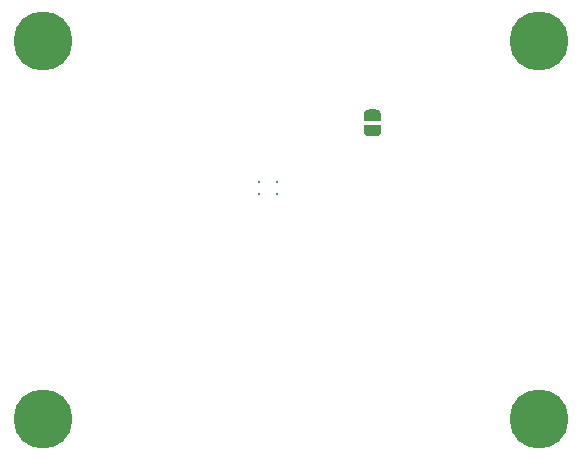
<source format=gbr>
%TF.GenerationSoftware,KiCad,Pcbnew,(5.1.12-1-10_14)*%
%TF.CreationDate,2022-02-15T12:54:36-08:00*%
%TF.ProjectId,g3_power,67335f70-6f77-4657-922e-6b696361645f,rev?*%
%TF.SameCoordinates,Original*%
%TF.FileFunction,Soldermask,Bot*%
%TF.FilePolarity,Negative*%
%FSLAX46Y46*%
G04 Gerber Fmt 4.6, Leading zero omitted, Abs format (unit mm)*
G04 Created by KiCad (PCBNEW (5.1.12-1-10_14)) date 2022-02-15 12:54:36*
%MOMM*%
%LPD*%
G01*
G04 APERTURE LIST*
%ADD10C,5.000000*%
%ADD11C,0.300000*%
%ADD12C,0.300020*%
%ADD13C,0.100000*%
G04 APERTURE END LIST*
D10*
%TO.C,H104*%
X255000000Y-106000000D03*
%TD*%
%TO.C,H103*%
X213000000Y-106000000D03*
%TD*%
%TO.C,H102*%
X255000000Y-74000000D03*
%TD*%
%TO.C,H101*%
X213000000Y-74000000D03*
%TD*%
D11*
%TO.C,U102*%
X232750000Y-87000000D03*
D12*
X231250000Y-86000000D03*
X232750000Y-86000000D03*
X231250000Y-87000000D03*
%TD*%
D13*
%TO.C,JP3*%
G36*
X240110000Y-80820000D02*
G01*
X240110000Y-80320000D01*
X240110602Y-80320000D01*
X240110602Y-80295466D01*
X240115412Y-80246635D01*
X240124984Y-80198510D01*
X240139228Y-80151555D01*
X240158005Y-80106222D01*
X240181136Y-80062949D01*
X240208396Y-80022150D01*
X240239524Y-79984221D01*
X240274221Y-79949524D01*
X240312150Y-79918396D01*
X240352949Y-79891136D01*
X240396222Y-79868005D01*
X240441555Y-79849228D01*
X240488510Y-79834984D01*
X240536635Y-79825412D01*
X240585466Y-79820602D01*
X240610000Y-79820602D01*
X240610000Y-79820000D01*
X241110000Y-79820000D01*
X241110000Y-79820602D01*
X241134534Y-79820602D01*
X241183365Y-79825412D01*
X241231490Y-79834984D01*
X241278445Y-79849228D01*
X241323778Y-79868005D01*
X241367051Y-79891136D01*
X241407850Y-79918396D01*
X241445779Y-79949524D01*
X241480476Y-79984221D01*
X241511604Y-80022150D01*
X241538864Y-80062949D01*
X241561995Y-80106222D01*
X241580772Y-80151555D01*
X241595016Y-80198510D01*
X241604588Y-80246635D01*
X241609398Y-80295466D01*
X241609398Y-80320000D01*
X241610000Y-80320000D01*
X241610000Y-80820000D01*
X240110000Y-80820000D01*
G37*
G36*
X241609398Y-81620000D02*
G01*
X241609398Y-81644534D01*
X241604588Y-81693365D01*
X241595016Y-81741490D01*
X241580772Y-81788445D01*
X241561995Y-81833778D01*
X241538864Y-81877051D01*
X241511604Y-81917850D01*
X241480476Y-81955779D01*
X241445779Y-81990476D01*
X241407850Y-82021604D01*
X241367051Y-82048864D01*
X241323778Y-82071995D01*
X241278445Y-82090772D01*
X241231490Y-82105016D01*
X241183365Y-82114588D01*
X241134534Y-82119398D01*
X241110000Y-82119398D01*
X241110000Y-82120000D01*
X240610000Y-82120000D01*
X240610000Y-82119398D01*
X240585466Y-82119398D01*
X240536635Y-82114588D01*
X240488510Y-82105016D01*
X240441555Y-82090772D01*
X240396222Y-82071995D01*
X240352949Y-82048864D01*
X240312150Y-82021604D01*
X240274221Y-81990476D01*
X240239524Y-81955779D01*
X240208396Y-81917850D01*
X240181136Y-81877051D01*
X240158005Y-81833778D01*
X240139228Y-81788445D01*
X240124984Y-81741490D01*
X240115412Y-81693365D01*
X240110602Y-81644534D01*
X240110602Y-81620000D01*
X240110000Y-81620000D01*
X240110000Y-81120000D01*
X241610000Y-81120000D01*
X241610000Y-81620000D01*
X241609398Y-81620000D01*
G37*
%TD*%
M02*

</source>
